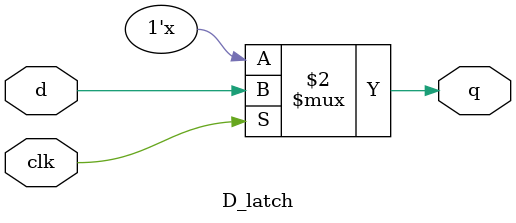
<source format=v>
module D_latch(d, clk, q);
	input d, clk;
	output reg q;
	
	always @(d, clk)
	begin
		if(clk) q<=d;
		//else automatic latch
	end 
endmodule

</source>
